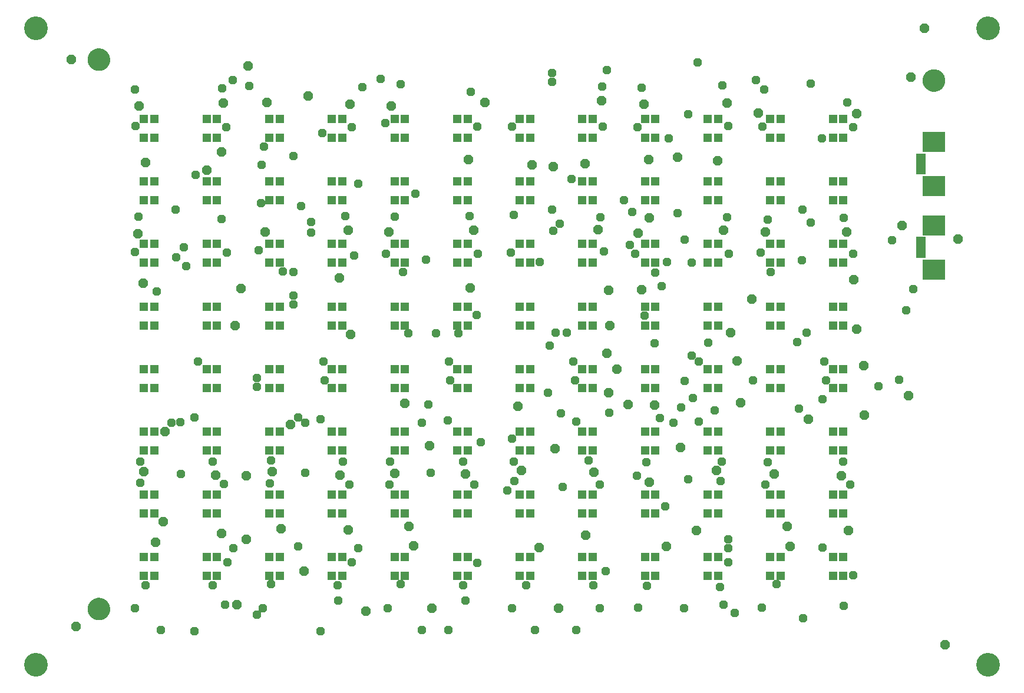
<source format=gts>
G75*
%MOIN*%
%OFA0B0*%
%FSLAX25Y25*%
%IPPOS*%
%LPD*%
%AMOC8*
5,1,8,0,0,1.08239X$1,22.5*
%
%ADD10C,0.13398*%
%ADD11R,0.04737X0.04737*%
%ADD12C,0.08600*%
%ADD13C,0.04800*%
%ADD14R,0.05524X0.01981*%
%ADD15R,0.12611X0.11430*%
%ADD16OC8,0.05550*%
%ADD17OC8,0.04800*%
D10*
X0083225Y0065052D03*
X0621650Y0065052D03*
X0621650Y0425209D03*
X0083225Y0425209D03*
D11*
X0144170Y0374068D03*
X0150076Y0374068D03*
X0150076Y0363438D03*
X0144170Y0363438D03*
X0144170Y0338635D03*
X0150076Y0338635D03*
X0150076Y0328005D03*
X0144170Y0328005D03*
X0144170Y0303202D03*
X0150076Y0303202D03*
X0150076Y0292572D03*
X0144170Y0292572D03*
X0179603Y0292572D03*
X0185509Y0292572D03*
X0185509Y0303202D03*
X0179603Y0303202D03*
X0179603Y0328005D03*
X0185509Y0328005D03*
X0185509Y0338635D03*
X0179603Y0338635D03*
X0179603Y0363438D03*
X0185509Y0363438D03*
X0185509Y0374068D03*
X0179603Y0374068D03*
X0215036Y0374068D03*
X0220942Y0374068D03*
X0220942Y0363438D03*
X0215036Y0363438D03*
X0215036Y0338635D03*
X0220942Y0338635D03*
X0220942Y0328005D03*
X0215036Y0328005D03*
X0215036Y0303202D03*
X0220942Y0303202D03*
X0220942Y0292572D03*
X0215036Y0292572D03*
X0250469Y0292572D03*
X0256375Y0292572D03*
X0256375Y0303202D03*
X0250469Y0303202D03*
X0250469Y0328005D03*
X0256375Y0328005D03*
X0256375Y0338635D03*
X0250469Y0338635D03*
X0250469Y0363438D03*
X0256375Y0363438D03*
X0256375Y0374068D03*
X0250469Y0374068D03*
X0285902Y0374068D03*
X0291808Y0374068D03*
X0291808Y0363438D03*
X0285902Y0363438D03*
X0285902Y0338635D03*
X0291808Y0338635D03*
X0291808Y0328005D03*
X0285902Y0328005D03*
X0285902Y0303202D03*
X0291808Y0303202D03*
X0291808Y0292572D03*
X0285902Y0292572D03*
X0321335Y0292572D03*
X0327241Y0292572D03*
X0327241Y0303202D03*
X0321335Y0303202D03*
X0321335Y0328005D03*
X0327241Y0328005D03*
X0327241Y0338635D03*
X0321335Y0338635D03*
X0321335Y0363438D03*
X0327241Y0363438D03*
X0327241Y0374068D03*
X0321335Y0374068D03*
X0356769Y0374068D03*
X0362674Y0374068D03*
X0362674Y0363438D03*
X0356769Y0363438D03*
X0356769Y0338635D03*
X0362674Y0338635D03*
X0362674Y0328005D03*
X0356769Y0328005D03*
X0356769Y0303202D03*
X0362674Y0303202D03*
X0362674Y0292572D03*
X0356769Y0292572D03*
X0392202Y0292572D03*
X0398107Y0292572D03*
X0398107Y0303202D03*
X0392202Y0303202D03*
X0392202Y0328005D03*
X0398107Y0328005D03*
X0398107Y0338635D03*
X0392202Y0338635D03*
X0392202Y0363438D03*
X0398107Y0363438D03*
X0398107Y0374068D03*
X0392202Y0374068D03*
X0427635Y0374068D03*
X0433540Y0374068D03*
X0433540Y0363438D03*
X0427635Y0363438D03*
X0427635Y0338635D03*
X0433540Y0338635D03*
X0433540Y0328005D03*
X0427635Y0328005D03*
X0427635Y0303202D03*
X0433540Y0303202D03*
X0433540Y0292572D03*
X0427635Y0292572D03*
X0463068Y0292572D03*
X0468973Y0292572D03*
X0468973Y0303202D03*
X0463068Y0303202D03*
X0463068Y0328005D03*
X0468973Y0328005D03*
X0468973Y0338635D03*
X0463068Y0338635D03*
X0463068Y0363438D03*
X0468973Y0363438D03*
X0468973Y0374068D03*
X0463068Y0374068D03*
X0498501Y0374068D03*
X0504406Y0374068D03*
X0504406Y0363438D03*
X0498501Y0363438D03*
X0498501Y0338635D03*
X0504406Y0338635D03*
X0504406Y0328005D03*
X0498501Y0328005D03*
X0498501Y0303202D03*
X0504406Y0303202D03*
X0504406Y0292572D03*
X0498501Y0292572D03*
X0533934Y0292572D03*
X0539839Y0292572D03*
X0539839Y0303202D03*
X0533934Y0303202D03*
X0533934Y0328005D03*
X0539839Y0328005D03*
X0539839Y0338635D03*
X0533934Y0338635D03*
X0533934Y0363438D03*
X0539839Y0363438D03*
X0539839Y0374068D03*
X0533934Y0374068D03*
X0533934Y0267769D03*
X0539839Y0267769D03*
X0539839Y0257139D03*
X0533934Y0257139D03*
X0504406Y0257139D03*
X0498501Y0257139D03*
X0498501Y0267769D03*
X0504406Y0267769D03*
X0468973Y0267769D03*
X0463068Y0267769D03*
X0463068Y0257139D03*
X0468973Y0257139D03*
X0433540Y0257139D03*
X0427635Y0257139D03*
X0427635Y0267769D03*
X0433540Y0267769D03*
X0398107Y0267769D03*
X0392202Y0267769D03*
X0392202Y0257139D03*
X0398107Y0257139D03*
X0362674Y0257139D03*
X0356769Y0257139D03*
X0356769Y0267769D03*
X0362674Y0267769D03*
X0327241Y0267769D03*
X0321335Y0267769D03*
X0321335Y0257139D03*
X0327241Y0257139D03*
X0291808Y0257139D03*
X0285902Y0257139D03*
X0285902Y0267769D03*
X0291808Y0267769D03*
X0256375Y0267769D03*
X0250469Y0267769D03*
X0250469Y0257139D03*
X0256375Y0257139D03*
X0220942Y0257139D03*
X0215036Y0257139D03*
X0215036Y0267769D03*
X0220942Y0267769D03*
X0185509Y0267769D03*
X0179603Y0267769D03*
X0179603Y0257139D03*
X0185509Y0257139D03*
X0150076Y0257139D03*
X0144170Y0257139D03*
X0144170Y0267769D03*
X0150076Y0267769D03*
X0150076Y0232335D03*
X0144170Y0232335D03*
X0144170Y0221706D03*
X0150076Y0221706D03*
X0179603Y0221706D03*
X0185509Y0221706D03*
X0185509Y0232335D03*
X0179603Y0232335D03*
X0215036Y0232335D03*
X0220942Y0232335D03*
X0220942Y0221706D03*
X0215036Y0221706D03*
X0215036Y0196902D03*
X0220942Y0196902D03*
X0220942Y0186272D03*
X0215036Y0186272D03*
X0185509Y0186272D03*
X0179603Y0186272D03*
X0179603Y0196902D03*
X0185509Y0196902D03*
X0150076Y0196902D03*
X0144170Y0196902D03*
X0144170Y0186272D03*
X0150076Y0186272D03*
X0150076Y0161469D03*
X0144170Y0161469D03*
X0144170Y0150839D03*
X0150076Y0150839D03*
X0179603Y0150839D03*
X0185509Y0150839D03*
X0185509Y0161469D03*
X0179603Y0161469D03*
X0215036Y0161469D03*
X0220942Y0161469D03*
X0220942Y0150839D03*
X0215036Y0150839D03*
X0250469Y0150839D03*
X0256375Y0150839D03*
X0256375Y0161469D03*
X0250469Y0161469D03*
X0250469Y0186272D03*
X0256375Y0186272D03*
X0256375Y0196902D03*
X0250469Y0196902D03*
X0250469Y0221706D03*
X0256375Y0221706D03*
X0256375Y0232335D03*
X0250469Y0232335D03*
X0285902Y0232335D03*
X0291808Y0232335D03*
X0291808Y0221706D03*
X0285902Y0221706D03*
X0285902Y0196902D03*
X0291808Y0196902D03*
X0291808Y0186272D03*
X0285902Y0186272D03*
X0285902Y0161469D03*
X0291808Y0161469D03*
X0291808Y0150839D03*
X0285902Y0150839D03*
X0321335Y0150839D03*
X0327241Y0150839D03*
X0327241Y0161469D03*
X0321335Y0161469D03*
X0321335Y0186272D03*
X0327241Y0186272D03*
X0327241Y0196902D03*
X0321335Y0196902D03*
X0321335Y0221706D03*
X0327241Y0221706D03*
X0327241Y0232335D03*
X0321335Y0232335D03*
X0356769Y0232335D03*
X0362674Y0232335D03*
X0362674Y0221706D03*
X0356769Y0221706D03*
X0356769Y0196902D03*
X0362674Y0196902D03*
X0362674Y0186272D03*
X0356769Y0186272D03*
X0356769Y0161469D03*
X0362674Y0161469D03*
X0362674Y0150839D03*
X0356769Y0150839D03*
X0392202Y0150839D03*
X0398107Y0150839D03*
X0398107Y0161469D03*
X0392202Y0161469D03*
X0392202Y0186272D03*
X0398107Y0186272D03*
X0398107Y0196902D03*
X0392202Y0196902D03*
X0392202Y0221706D03*
X0398107Y0221706D03*
X0398107Y0232335D03*
X0392202Y0232335D03*
X0427635Y0232335D03*
X0433540Y0232335D03*
X0433540Y0221706D03*
X0427635Y0221706D03*
X0427635Y0196902D03*
X0433540Y0196902D03*
X0433540Y0186272D03*
X0427635Y0186272D03*
X0427635Y0161469D03*
X0433540Y0161469D03*
X0433540Y0150839D03*
X0427635Y0150839D03*
X0463068Y0150839D03*
X0468973Y0150839D03*
X0468973Y0161469D03*
X0463068Y0161469D03*
X0463068Y0186272D03*
X0468973Y0186272D03*
X0468973Y0196902D03*
X0463068Y0196902D03*
X0463068Y0221706D03*
X0468973Y0221706D03*
X0468973Y0232335D03*
X0463068Y0232335D03*
X0498501Y0232335D03*
X0504406Y0232335D03*
X0504406Y0221706D03*
X0498501Y0221706D03*
X0498501Y0196902D03*
X0504406Y0196902D03*
X0504406Y0186272D03*
X0498501Y0186272D03*
X0498501Y0161469D03*
X0504406Y0161469D03*
X0504406Y0150839D03*
X0498501Y0150839D03*
X0533934Y0150839D03*
X0539839Y0150839D03*
X0539839Y0161469D03*
X0533934Y0161469D03*
X0533934Y0186272D03*
X0539839Y0186272D03*
X0539839Y0196902D03*
X0533934Y0196902D03*
X0533934Y0221706D03*
X0539839Y0221706D03*
X0539839Y0232335D03*
X0533934Y0232335D03*
X0533934Y0126036D03*
X0539839Y0126036D03*
X0539839Y0115406D03*
X0533934Y0115406D03*
X0504406Y0115406D03*
X0498501Y0115406D03*
X0498501Y0126036D03*
X0504406Y0126036D03*
X0468973Y0126036D03*
X0463068Y0126036D03*
X0463068Y0115406D03*
X0468973Y0115406D03*
X0433540Y0115406D03*
X0427635Y0115406D03*
X0427635Y0126036D03*
X0433540Y0126036D03*
X0398107Y0126036D03*
X0392202Y0126036D03*
X0392202Y0115406D03*
X0398107Y0115406D03*
X0362674Y0115406D03*
X0356769Y0115406D03*
X0356769Y0126036D03*
X0362674Y0126036D03*
X0327241Y0126036D03*
X0321335Y0126036D03*
X0321335Y0115406D03*
X0327241Y0115406D03*
X0291808Y0115406D03*
X0285902Y0115406D03*
X0285902Y0126036D03*
X0291808Y0126036D03*
X0256375Y0126036D03*
X0250469Y0126036D03*
X0250469Y0115406D03*
X0256375Y0115406D03*
X0220942Y0115406D03*
X0215036Y0115406D03*
X0215036Y0126036D03*
X0220942Y0126036D03*
X0185509Y0126036D03*
X0179603Y0126036D03*
X0179603Y0115406D03*
X0185509Y0115406D03*
X0150076Y0115406D03*
X0144170Y0115406D03*
X0144170Y0126036D03*
X0150076Y0126036D03*
D12*
X0116689Y0096548D02*
X0116691Y0096636D01*
X0116697Y0096724D01*
X0116707Y0096812D01*
X0116721Y0096900D01*
X0116738Y0096986D01*
X0116760Y0097072D01*
X0116785Y0097156D01*
X0116815Y0097240D01*
X0116847Y0097322D01*
X0116884Y0097402D01*
X0116924Y0097481D01*
X0116968Y0097558D01*
X0117015Y0097633D01*
X0117065Y0097705D01*
X0117119Y0097776D01*
X0117175Y0097843D01*
X0117235Y0097909D01*
X0117297Y0097971D01*
X0117363Y0098031D01*
X0117430Y0098087D01*
X0117501Y0098141D01*
X0117573Y0098191D01*
X0117648Y0098238D01*
X0117725Y0098282D01*
X0117804Y0098322D01*
X0117884Y0098359D01*
X0117966Y0098391D01*
X0118050Y0098421D01*
X0118134Y0098446D01*
X0118220Y0098468D01*
X0118306Y0098485D01*
X0118394Y0098499D01*
X0118482Y0098509D01*
X0118570Y0098515D01*
X0118658Y0098517D01*
X0118746Y0098515D01*
X0118834Y0098509D01*
X0118922Y0098499D01*
X0119010Y0098485D01*
X0119096Y0098468D01*
X0119182Y0098446D01*
X0119266Y0098421D01*
X0119350Y0098391D01*
X0119432Y0098359D01*
X0119512Y0098322D01*
X0119591Y0098282D01*
X0119668Y0098238D01*
X0119743Y0098191D01*
X0119815Y0098141D01*
X0119886Y0098087D01*
X0119953Y0098031D01*
X0120019Y0097971D01*
X0120081Y0097909D01*
X0120141Y0097843D01*
X0120197Y0097776D01*
X0120251Y0097705D01*
X0120301Y0097633D01*
X0120348Y0097558D01*
X0120392Y0097481D01*
X0120432Y0097402D01*
X0120469Y0097322D01*
X0120501Y0097240D01*
X0120531Y0097156D01*
X0120556Y0097072D01*
X0120578Y0096986D01*
X0120595Y0096900D01*
X0120609Y0096812D01*
X0120619Y0096724D01*
X0120625Y0096636D01*
X0120627Y0096548D01*
X0120625Y0096460D01*
X0120619Y0096372D01*
X0120609Y0096284D01*
X0120595Y0096196D01*
X0120578Y0096110D01*
X0120556Y0096024D01*
X0120531Y0095940D01*
X0120501Y0095856D01*
X0120469Y0095774D01*
X0120432Y0095694D01*
X0120392Y0095615D01*
X0120348Y0095538D01*
X0120301Y0095463D01*
X0120251Y0095391D01*
X0120197Y0095320D01*
X0120141Y0095253D01*
X0120081Y0095187D01*
X0120019Y0095125D01*
X0119953Y0095065D01*
X0119886Y0095009D01*
X0119815Y0094955D01*
X0119743Y0094905D01*
X0119668Y0094858D01*
X0119591Y0094814D01*
X0119512Y0094774D01*
X0119432Y0094737D01*
X0119350Y0094705D01*
X0119266Y0094675D01*
X0119182Y0094650D01*
X0119096Y0094628D01*
X0119010Y0094611D01*
X0118922Y0094597D01*
X0118834Y0094587D01*
X0118746Y0094581D01*
X0118658Y0094579D01*
X0118570Y0094581D01*
X0118482Y0094587D01*
X0118394Y0094597D01*
X0118306Y0094611D01*
X0118220Y0094628D01*
X0118134Y0094650D01*
X0118050Y0094675D01*
X0117966Y0094705D01*
X0117884Y0094737D01*
X0117804Y0094774D01*
X0117725Y0094814D01*
X0117648Y0094858D01*
X0117573Y0094905D01*
X0117501Y0094955D01*
X0117430Y0095009D01*
X0117363Y0095065D01*
X0117297Y0095125D01*
X0117235Y0095187D01*
X0117175Y0095253D01*
X0117119Y0095320D01*
X0117065Y0095391D01*
X0117015Y0095463D01*
X0116968Y0095538D01*
X0116924Y0095615D01*
X0116884Y0095694D01*
X0116847Y0095774D01*
X0116815Y0095856D01*
X0116785Y0095940D01*
X0116760Y0096024D01*
X0116738Y0096110D01*
X0116721Y0096196D01*
X0116707Y0096284D01*
X0116697Y0096372D01*
X0116691Y0096460D01*
X0116689Y0096548D01*
X0116689Y0407572D02*
X0116691Y0407660D01*
X0116697Y0407748D01*
X0116707Y0407836D01*
X0116721Y0407924D01*
X0116738Y0408010D01*
X0116760Y0408096D01*
X0116785Y0408180D01*
X0116815Y0408264D01*
X0116847Y0408346D01*
X0116884Y0408426D01*
X0116924Y0408505D01*
X0116968Y0408582D01*
X0117015Y0408657D01*
X0117065Y0408729D01*
X0117119Y0408800D01*
X0117175Y0408867D01*
X0117235Y0408933D01*
X0117297Y0408995D01*
X0117363Y0409055D01*
X0117430Y0409111D01*
X0117501Y0409165D01*
X0117573Y0409215D01*
X0117648Y0409262D01*
X0117725Y0409306D01*
X0117804Y0409346D01*
X0117884Y0409383D01*
X0117966Y0409415D01*
X0118050Y0409445D01*
X0118134Y0409470D01*
X0118220Y0409492D01*
X0118306Y0409509D01*
X0118394Y0409523D01*
X0118482Y0409533D01*
X0118570Y0409539D01*
X0118658Y0409541D01*
X0118746Y0409539D01*
X0118834Y0409533D01*
X0118922Y0409523D01*
X0119010Y0409509D01*
X0119096Y0409492D01*
X0119182Y0409470D01*
X0119266Y0409445D01*
X0119350Y0409415D01*
X0119432Y0409383D01*
X0119512Y0409346D01*
X0119591Y0409306D01*
X0119668Y0409262D01*
X0119743Y0409215D01*
X0119815Y0409165D01*
X0119886Y0409111D01*
X0119953Y0409055D01*
X0120019Y0408995D01*
X0120081Y0408933D01*
X0120141Y0408867D01*
X0120197Y0408800D01*
X0120251Y0408729D01*
X0120301Y0408657D01*
X0120348Y0408582D01*
X0120392Y0408505D01*
X0120432Y0408426D01*
X0120469Y0408346D01*
X0120501Y0408264D01*
X0120531Y0408180D01*
X0120556Y0408096D01*
X0120578Y0408010D01*
X0120595Y0407924D01*
X0120609Y0407836D01*
X0120619Y0407748D01*
X0120625Y0407660D01*
X0120627Y0407572D01*
X0120625Y0407484D01*
X0120619Y0407396D01*
X0120609Y0407308D01*
X0120595Y0407220D01*
X0120578Y0407134D01*
X0120556Y0407048D01*
X0120531Y0406964D01*
X0120501Y0406880D01*
X0120469Y0406798D01*
X0120432Y0406718D01*
X0120392Y0406639D01*
X0120348Y0406562D01*
X0120301Y0406487D01*
X0120251Y0406415D01*
X0120197Y0406344D01*
X0120141Y0406277D01*
X0120081Y0406211D01*
X0120019Y0406149D01*
X0119953Y0406089D01*
X0119886Y0406033D01*
X0119815Y0405979D01*
X0119743Y0405929D01*
X0119668Y0405882D01*
X0119591Y0405838D01*
X0119512Y0405798D01*
X0119432Y0405761D01*
X0119350Y0405729D01*
X0119266Y0405699D01*
X0119182Y0405674D01*
X0119096Y0405652D01*
X0119010Y0405635D01*
X0118922Y0405621D01*
X0118834Y0405611D01*
X0118746Y0405605D01*
X0118658Y0405603D01*
X0118570Y0405605D01*
X0118482Y0405611D01*
X0118394Y0405621D01*
X0118306Y0405635D01*
X0118220Y0405652D01*
X0118134Y0405674D01*
X0118050Y0405699D01*
X0117966Y0405729D01*
X0117884Y0405761D01*
X0117804Y0405798D01*
X0117725Y0405838D01*
X0117648Y0405882D01*
X0117573Y0405929D01*
X0117501Y0405979D01*
X0117430Y0406033D01*
X0117363Y0406089D01*
X0117297Y0406149D01*
X0117235Y0406211D01*
X0117175Y0406277D01*
X0117119Y0406344D01*
X0117065Y0406415D01*
X0117015Y0406487D01*
X0116968Y0406562D01*
X0116924Y0406639D01*
X0116884Y0406718D01*
X0116847Y0406798D01*
X0116815Y0406880D01*
X0116785Y0406964D01*
X0116760Y0407048D01*
X0116738Y0407134D01*
X0116721Y0407220D01*
X0116707Y0407308D01*
X0116697Y0407396D01*
X0116691Y0407484D01*
X0116689Y0407572D01*
X0589130Y0395761D02*
X0589132Y0395849D01*
X0589138Y0395937D01*
X0589148Y0396025D01*
X0589162Y0396113D01*
X0589179Y0396199D01*
X0589201Y0396285D01*
X0589226Y0396369D01*
X0589256Y0396453D01*
X0589288Y0396535D01*
X0589325Y0396615D01*
X0589365Y0396694D01*
X0589409Y0396771D01*
X0589456Y0396846D01*
X0589506Y0396918D01*
X0589560Y0396989D01*
X0589616Y0397056D01*
X0589676Y0397122D01*
X0589738Y0397184D01*
X0589804Y0397244D01*
X0589871Y0397300D01*
X0589942Y0397354D01*
X0590014Y0397404D01*
X0590089Y0397451D01*
X0590166Y0397495D01*
X0590245Y0397535D01*
X0590325Y0397572D01*
X0590407Y0397604D01*
X0590491Y0397634D01*
X0590575Y0397659D01*
X0590661Y0397681D01*
X0590747Y0397698D01*
X0590835Y0397712D01*
X0590923Y0397722D01*
X0591011Y0397728D01*
X0591099Y0397730D01*
X0591187Y0397728D01*
X0591275Y0397722D01*
X0591363Y0397712D01*
X0591451Y0397698D01*
X0591537Y0397681D01*
X0591623Y0397659D01*
X0591707Y0397634D01*
X0591791Y0397604D01*
X0591873Y0397572D01*
X0591953Y0397535D01*
X0592032Y0397495D01*
X0592109Y0397451D01*
X0592184Y0397404D01*
X0592256Y0397354D01*
X0592327Y0397300D01*
X0592394Y0397244D01*
X0592460Y0397184D01*
X0592522Y0397122D01*
X0592582Y0397056D01*
X0592638Y0396989D01*
X0592692Y0396918D01*
X0592742Y0396846D01*
X0592789Y0396771D01*
X0592833Y0396694D01*
X0592873Y0396615D01*
X0592910Y0396535D01*
X0592942Y0396453D01*
X0592972Y0396369D01*
X0592997Y0396285D01*
X0593019Y0396199D01*
X0593036Y0396113D01*
X0593050Y0396025D01*
X0593060Y0395937D01*
X0593066Y0395849D01*
X0593068Y0395761D01*
X0593066Y0395673D01*
X0593060Y0395585D01*
X0593050Y0395497D01*
X0593036Y0395409D01*
X0593019Y0395323D01*
X0592997Y0395237D01*
X0592972Y0395153D01*
X0592942Y0395069D01*
X0592910Y0394987D01*
X0592873Y0394907D01*
X0592833Y0394828D01*
X0592789Y0394751D01*
X0592742Y0394676D01*
X0592692Y0394604D01*
X0592638Y0394533D01*
X0592582Y0394466D01*
X0592522Y0394400D01*
X0592460Y0394338D01*
X0592394Y0394278D01*
X0592327Y0394222D01*
X0592256Y0394168D01*
X0592184Y0394118D01*
X0592109Y0394071D01*
X0592032Y0394027D01*
X0591953Y0393987D01*
X0591873Y0393950D01*
X0591791Y0393918D01*
X0591707Y0393888D01*
X0591623Y0393863D01*
X0591537Y0393841D01*
X0591451Y0393824D01*
X0591363Y0393810D01*
X0591275Y0393800D01*
X0591187Y0393794D01*
X0591099Y0393792D01*
X0591011Y0393794D01*
X0590923Y0393800D01*
X0590835Y0393810D01*
X0590747Y0393824D01*
X0590661Y0393841D01*
X0590575Y0393863D01*
X0590491Y0393888D01*
X0590407Y0393918D01*
X0590325Y0393950D01*
X0590245Y0393987D01*
X0590166Y0394027D01*
X0590089Y0394071D01*
X0590014Y0394118D01*
X0589942Y0394168D01*
X0589871Y0394222D01*
X0589804Y0394278D01*
X0589738Y0394338D01*
X0589676Y0394400D01*
X0589616Y0394466D01*
X0589560Y0394533D01*
X0589506Y0394604D01*
X0589456Y0394676D01*
X0589409Y0394751D01*
X0589365Y0394828D01*
X0589325Y0394907D01*
X0589288Y0394987D01*
X0589256Y0395069D01*
X0589226Y0395153D01*
X0589201Y0395237D01*
X0589179Y0395323D01*
X0589162Y0395409D01*
X0589148Y0395497D01*
X0589138Y0395585D01*
X0589132Y0395673D01*
X0589130Y0395761D01*
D13*
X0591099Y0395761D03*
X0118658Y0407572D03*
X0118658Y0096548D03*
D14*
X0583619Y0296351D03*
X0583619Y0298320D03*
X0583619Y0300288D03*
X0583619Y0302257D03*
X0583619Y0304225D03*
X0583619Y0306194D03*
X0583619Y0343595D03*
X0583619Y0345564D03*
X0583619Y0347532D03*
X0583619Y0349501D03*
X0583619Y0351469D03*
X0583619Y0353438D03*
D15*
X0591099Y0361036D03*
X0591099Y0335997D03*
X0591099Y0313792D03*
X0591099Y0288753D03*
D16*
X0604591Y0305926D03*
X0573095Y0313800D03*
X0541599Y0309863D03*
X0545599Y0282863D03*
X0547461Y0255119D03*
X0551299Y0234363D03*
X0576699Y0217226D03*
X0551599Y0206363D03*
X0520099Y0203863D03*
X0481599Y0213363D03*
X0479599Y0236863D03*
X0476099Y0252863D03*
X0488099Y0271863D03*
X0495599Y0309863D03*
X0472099Y0310863D03*
X0430099Y0318163D03*
X0423599Y0309363D03*
X0401099Y0311363D03*
X0375599Y0346863D03*
X0363599Y0347863D03*
X0393650Y0348536D03*
X0429599Y0350863D03*
X0446099Y0352363D03*
X0468599Y0350363D03*
X0491599Y0377363D03*
X0474099Y0382863D03*
X0427099Y0382363D03*
X0403099Y0384363D03*
X0337099Y0383363D03*
X0327599Y0350863D03*
X0284099Y0381363D03*
X0260599Y0382363D03*
X0237099Y0386863D03*
X0213599Y0383363D03*
X0189099Y0382863D03*
X0203099Y0403863D03*
X0141531Y0381485D03*
X0103202Y0407515D03*
X0188068Y0355194D03*
X0179800Y0344957D03*
X0145099Y0349363D03*
X0140599Y0308863D03*
X0143599Y0280863D03*
X0195599Y0256863D03*
X0199099Y0277863D03*
X0212599Y0309863D03*
X0259599Y0310863D03*
X0282599Y0309863D03*
X0254599Y0283863D03*
X0261099Y0251863D03*
X0291599Y0212863D03*
X0305599Y0188863D03*
X0286099Y0173363D03*
X0255099Y0172363D03*
X0216599Y0174363D03*
X0202099Y0171863D03*
X0184599Y0172363D03*
X0156099Y0196863D03*
X0144099Y0174363D03*
X0155099Y0145863D03*
X0150599Y0134363D03*
X0188099Y0139363D03*
X0202099Y0135863D03*
X0221599Y0141863D03*
X0259599Y0141363D03*
X0234599Y0117863D03*
X0269599Y0095363D03*
X0307099Y0096863D03*
X0296599Y0132363D03*
X0294099Y0143363D03*
X0326099Y0172863D03*
X0357599Y0174863D03*
X0376599Y0187363D03*
X0398599Y0173863D03*
X0430099Y0168363D03*
X0447599Y0187863D03*
X0468099Y0174863D03*
X0500599Y0172863D03*
X0538599Y0171863D03*
X0508099Y0143363D03*
X0509599Y0131863D03*
X0542599Y0140863D03*
X0456599Y0140863D03*
X0439599Y0131863D03*
X0394099Y0138363D03*
X0367599Y0131363D03*
X0378599Y0096863D03*
X0227099Y0200863D03*
X0328599Y0278363D03*
X0330599Y0310863D03*
X0407099Y0276863D03*
X0425599Y0277363D03*
X0407599Y0256863D03*
X0406099Y0241363D03*
X0411599Y0232363D03*
X0407099Y0218863D03*
X0418099Y0212363D03*
X0433099Y0211863D03*
X0355599Y0211363D03*
X0196599Y0098863D03*
X0105614Y0086841D03*
X0547505Y0376969D03*
X0578009Y0397737D03*
X0585883Y0425296D03*
X0597378Y0076363D03*
D17*
X0539899Y0098363D03*
X0516899Y0091363D03*
X0493799Y0097263D03*
X0478299Y0094363D03*
X0471899Y0098863D03*
X0470199Y0109063D03*
X0449699Y0097063D03*
X0428699Y0109782D03*
X0423599Y0097263D03*
X0401999Y0096963D03*
X0398299Y0110063D03*
X0405499Y0118163D03*
X0360399Y0110063D03*
X0352299Y0097063D03*
X0365299Y0084663D03*
X0388699Y0084663D03*
X0332799Y0122763D03*
X0324799Y0110063D03*
X0325899Y0101363D03*
X0316499Y0084663D03*
X0301299Y0084663D03*
X0281899Y0096963D03*
X0289499Y0110563D03*
X0261799Y0122863D03*
X0265299Y0130863D03*
X0253799Y0110063D03*
X0253899Y0101363D03*
X0244118Y0083876D03*
X0211512Y0096963D03*
X0207999Y0093263D03*
X0189899Y0098863D03*
X0183199Y0110063D03*
X0191299Y0122863D03*
X0194799Y0130863D03*
X0215999Y0110563D03*
X0231399Y0131863D03*
X0215399Y0167763D03*
X0215999Y0180563D03*
X0235399Y0173563D03*
X0256799Y0180063D03*
X0260299Y0166863D03*
X0283199Y0166963D03*
X0283499Y0180063D03*
X0306399Y0173563D03*
X0324799Y0180063D03*
X0334699Y0190963D03*
X0352399Y0192863D03*
X0353399Y0180063D03*
X0353699Y0169063D03*
X0349643Y0163619D03*
X0331199Y0166863D03*
X0380999Y0165663D03*
X0395799Y0180563D03*
X0401999Y0166963D03*
X0422899Y0172063D03*
X0428399Y0179563D03*
X0451999Y0169963D03*
X0470399Y0168863D03*
X0471199Y0180063D03*
X0496999Y0179763D03*
X0495799Y0166963D03*
X0539799Y0180063D03*
X0543799Y0166863D03*
X0527899Y0131463D03*
X0545299Y0115763D03*
X0501999Y0110563D03*
X0474799Y0122863D03*
X0474799Y0130863D03*
X0474799Y0135863D03*
X0439099Y0154663D03*
X0443599Y0201863D03*
X0436099Y0204663D03*
X0447999Y0210563D03*
X0454599Y0216063D03*
X0450199Y0225763D03*
X0458099Y0236763D03*
X0454199Y0239963D03*
X0463399Y0247463D03*
X0432999Y0246963D03*
X0427299Y0262663D03*
X0437199Y0279263D03*
X0433399Y0286882D03*
X0440199Y0293163D03*
X0454199Y0292763D03*
X0450199Y0305563D03*
X0474999Y0297763D03*
X0493199Y0298263D03*
X0498799Y0287463D03*
X0516299Y0294063D03*
X0545499Y0297763D03*
X0567477Y0305209D03*
X0539899Y0317863D03*
X0521399Y0315263D03*
X0516699Y0322663D03*
X0497199Y0317163D03*
X0473899Y0318363D03*
X0446199Y0320563D03*
X0420337Y0321388D03*
X0415699Y0328063D03*
X0402399Y0318363D03*
X0419199Y0302563D03*
X0422199Y0297763D03*
X0404499Y0298963D03*
X0379399Y0314763D03*
X0375699Y0310563D03*
X0375199Y0322663D03*
X0353399Y0319663D03*
X0328399Y0318863D03*
X0332999Y0297763D03*
X0351699Y0298263D03*
X0368199Y0293163D03*
X0332380Y0263063D03*
X0322199Y0252563D03*
X0309299Y0252563D03*
X0293599Y0252563D03*
X0316599Y0236763D03*
X0317499Y0225963D03*
X0304899Y0212363D03*
X0301299Y0201863D03*
X0315999Y0203363D03*
X0372599Y0219163D03*
X0387999Y0225963D03*
X0387099Y0236763D03*
X0373799Y0245763D03*
X0376899Y0252963D03*
X0383299Y0252963D03*
X0379899Y0207363D03*
X0388699Y0202738D03*
X0407499Y0207663D03*
X0458099Y0202563D03*
X0467199Y0209063D03*
X0488599Y0225963D03*
X0514599Y0209863D03*
X0527899Y0215263D03*
X0529999Y0225963D03*
X0529099Y0236763D03*
X0513799Y0247763D03*
X0518899Y0252963D03*
X0559603Y0222532D03*
X0571414Y0226469D03*
X0575351Y0265839D03*
X0579288Y0277650D03*
X0527699Y0362963D03*
X0545299Y0369363D03*
X0541899Y0383363D03*
X0521399Y0393963D03*
X0495199Y0390663D03*
X0490399Y0395863D03*
X0471399Y0392863D03*
X0457499Y0405976D03*
X0425699Y0391663D03*
X0405999Y0401563D03*
X0403399Y0392363D03*
X0375199Y0395063D03*
X0375199Y0400063D03*
X0352399Y0369563D03*
X0332799Y0369563D03*
X0328899Y0389363D03*
X0289499Y0393563D03*
X0278199Y0396663D03*
X0267599Y0391863D03*
X0280806Y0371763D03*
X0261799Y0369463D03*
X0245099Y0366063D03*
X0228599Y0352863D03*
X0212199Y0358263D03*
X0210699Y0348163D03*
X0190799Y0369263D03*
X0188399Y0391363D03*
X0194299Y0395863D03*
X0203699Y0392663D03*
X0139199Y0390663D03*
X0139399Y0369963D03*
X0173399Y0342463D03*
X0162199Y0322663D03*
X0140999Y0318563D03*
X0166818Y0301275D03*
X0162299Y0295563D03*
X0167999Y0290763D03*
X0151499Y0276463D03*
X0139199Y0298763D03*
X0187899Y0317363D03*
X0210399Y0326363D03*
X0233199Y0324563D03*
X0238599Y0315563D03*
X0238599Y0309563D03*
X0257899Y0318863D03*
X0265299Y0337463D03*
X0286199Y0318663D03*
X0297599Y0331563D03*
X0281199Y0297763D03*
X0290599Y0287363D03*
X0303699Y0294363D03*
X0262999Y0296763D03*
X0228599Y0287363D03*
X0222599Y0287563D03*
X0209199Y0299763D03*
X0190999Y0298263D03*
X0228599Y0274163D03*
X0228599Y0269163D03*
X0245599Y0236763D03*
X0246499Y0225963D03*
X0244118Y0204138D03*
X0235399Y0201863D03*
X0231399Y0204963D03*
X0207999Y0222463D03*
X0207999Y0227463D03*
X0174599Y0236763D03*
X0172631Y0205125D03*
X0164699Y0202263D03*
X0159599Y0201863D03*
X0141899Y0180063D03*
X0142199Y0168063D03*
X0165199Y0173163D03*
X0183199Y0180063D03*
X0189399Y0167463D03*
X0144899Y0110063D03*
X0139037Y0096969D03*
X0153799Y0084663D03*
X0172631Y0083876D03*
X0385999Y0339963D03*
X0403799Y0369663D03*
X0423399Y0369463D03*
X0440999Y0362963D03*
X0451999Y0376563D03*
X0474799Y0369863D03*
X0493899Y0369763D03*
M02*

</source>
